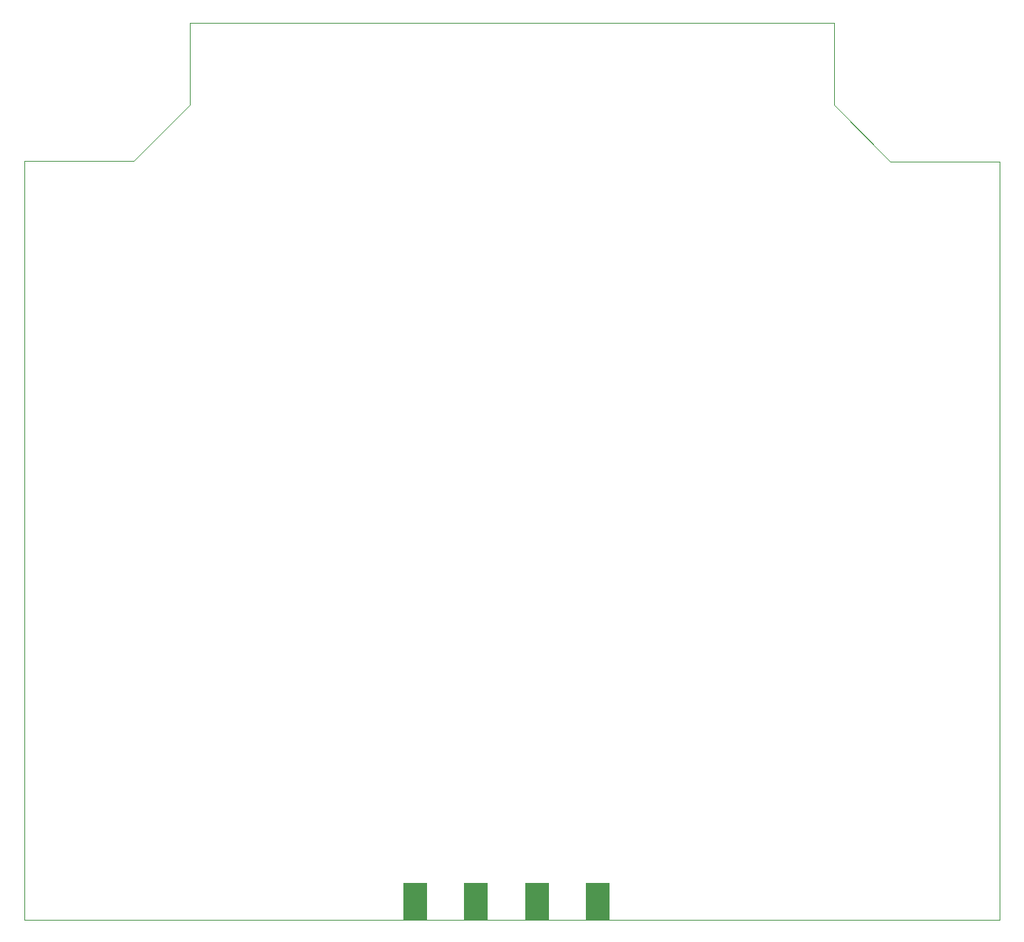
<source format=gtp>
G75*
%MOIN*%
%OFA0B0*%
%FSLAX24Y24*%
%IPPOS*%
%LPD*%
%AMOC8*
5,1,8,0,0,1.08239X$1,22.5*
%
%ADD10C,0.0000*%
%ADD11R,0.1050X0.1650*%
D10*
X004180Y003851D02*
X004180Y038101D01*
X009105Y038101D01*
X011655Y040651D01*
X011655Y044351D01*
X040705Y044351D01*
X040705Y040626D01*
X043255Y038076D01*
X048180Y038076D01*
X048180Y003851D01*
X004180Y003851D01*
X020980Y003851D02*
X025380Y003851D01*
X026480Y003851D02*
X030880Y003851D01*
D11*
X030056Y004683D03*
X027304Y004683D03*
X024556Y004683D03*
X021804Y004683D03*
M02*

</source>
